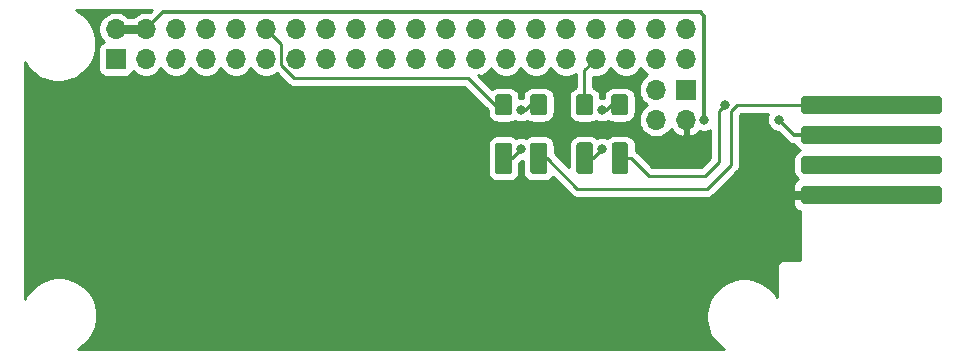
<source format=gbr>
G04 #@! TF.GenerationSoftware,KiCad,Pcbnew,(5.1.5)-2*
G04 #@! TF.CreationDate,2019-12-04T22:48:08+00:00*
G04 #@! TF.ProjectId,TTVV,54545656-2e6b-4696-9361-645f70636258,1.0.8*
G04 #@! TF.SameCoordinates,Original*
G04 #@! TF.FileFunction,Copper,L1,Top*
G04 #@! TF.FilePolarity,Positive*
%FSLAX46Y46*%
G04 Gerber Fmt 4.6, Leading zero omitted, Abs format (unit mm)*
G04 Created by KiCad (PCBNEW (5.1.5)-2) date 2019-12-04 22:48:08*
%MOMM*%
%LPD*%
G04 APERTURE LIST*
%ADD10C,0.100000*%
%ADD11O,1.700000X1.700000*%
%ADD12R,1.700000X1.700000*%
%ADD13C,0.800000*%
%ADD14C,0.250000*%
%ADD15C,0.800000*%
%ADD16C,0.300000*%
%ADD17C,0.254000*%
G04 APERTURE END LIST*
G04 #@! TA.AperFunction,SMDPad,CuDef*
D10*
G36*
X101542504Y-56784204D02*
G01*
X101566773Y-56787804D01*
X101590571Y-56793765D01*
X101613671Y-56802030D01*
X101635849Y-56812520D01*
X101656893Y-56825133D01*
X101676598Y-56839747D01*
X101694777Y-56856223D01*
X101711253Y-56874402D01*
X101725867Y-56894107D01*
X101738480Y-56915151D01*
X101748970Y-56937329D01*
X101757235Y-56960429D01*
X101763196Y-56984227D01*
X101766796Y-57008496D01*
X101768000Y-57033000D01*
X101768000Y-58283000D01*
X101766796Y-58307504D01*
X101763196Y-58331773D01*
X101757235Y-58355571D01*
X101748970Y-58378671D01*
X101738480Y-58400849D01*
X101725867Y-58421893D01*
X101711253Y-58441598D01*
X101694777Y-58459777D01*
X101676598Y-58476253D01*
X101656893Y-58490867D01*
X101635849Y-58503480D01*
X101613671Y-58513970D01*
X101590571Y-58522235D01*
X101566773Y-58528196D01*
X101542504Y-58531796D01*
X101518000Y-58533000D01*
X100593000Y-58533000D01*
X100568496Y-58531796D01*
X100544227Y-58528196D01*
X100520429Y-58522235D01*
X100497329Y-58513970D01*
X100475151Y-58503480D01*
X100454107Y-58490867D01*
X100434402Y-58476253D01*
X100416223Y-58459777D01*
X100399747Y-58441598D01*
X100385133Y-58421893D01*
X100372520Y-58400849D01*
X100362030Y-58378671D01*
X100353765Y-58355571D01*
X100347804Y-58331773D01*
X100344204Y-58307504D01*
X100343000Y-58283000D01*
X100343000Y-57033000D01*
X100344204Y-57008496D01*
X100347804Y-56984227D01*
X100353765Y-56960429D01*
X100362030Y-56937329D01*
X100372520Y-56915151D01*
X100385133Y-56894107D01*
X100399747Y-56874402D01*
X100416223Y-56856223D01*
X100434402Y-56839747D01*
X100454107Y-56825133D01*
X100475151Y-56812520D01*
X100497329Y-56802030D01*
X100520429Y-56793765D01*
X100544227Y-56787804D01*
X100568496Y-56784204D01*
X100593000Y-56783000D01*
X101518000Y-56783000D01*
X101542504Y-56784204D01*
G37*
G04 #@! TD.AperFunction*
G04 #@! TA.AperFunction,SMDPad,CuDef*
G36*
X98567504Y-56784204D02*
G01*
X98591773Y-56787804D01*
X98615571Y-56793765D01*
X98638671Y-56802030D01*
X98660849Y-56812520D01*
X98681893Y-56825133D01*
X98701598Y-56839747D01*
X98719777Y-56856223D01*
X98736253Y-56874402D01*
X98750867Y-56894107D01*
X98763480Y-56915151D01*
X98773970Y-56937329D01*
X98782235Y-56960429D01*
X98788196Y-56984227D01*
X98791796Y-57008496D01*
X98793000Y-57033000D01*
X98793000Y-58283000D01*
X98791796Y-58307504D01*
X98788196Y-58331773D01*
X98782235Y-58355571D01*
X98773970Y-58378671D01*
X98763480Y-58400849D01*
X98750867Y-58421893D01*
X98736253Y-58441598D01*
X98719777Y-58459777D01*
X98701598Y-58476253D01*
X98681893Y-58490867D01*
X98660849Y-58503480D01*
X98638671Y-58513970D01*
X98615571Y-58522235D01*
X98591773Y-58528196D01*
X98567504Y-58531796D01*
X98543000Y-58533000D01*
X97618000Y-58533000D01*
X97593496Y-58531796D01*
X97569227Y-58528196D01*
X97545429Y-58522235D01*
X97522329Y-58513970D01*
X97500151Y-58503480D01*
X97479107Y-58490867D01*
X97459402Y-58476253D01*
X97441223Y-58459777D01*
X97424747Y-58441598D01*
X97410133Y-58421893D01*
X97397520Y-58400849D01*
X97387030Y-58378671D01*
X97378765Y-58355571D01*
X97372804Y-58331773D01*
X97369204Y-58307504D01*
X97368000Y-58283000D01*
X97368000Y-57033000D01*
X97369204Y-57008496D01*
X97372804Y-56984227D01*
X97378765Y-56960429D01*
X97387030Y-56937329D01*
X97397520Y-56915151D01*
X97410133Y-56894107D01*
X97424747Y-56874402D01*
X97441223Y-56856223D01*
X97459402Y-56839747D01*
X97479107Y-56825133D01*
X97500151Y-56812520D01*
X97522329Y-56802030D01*
X97545429Y-56793765D01*
X97569227Y-56787804D01*
X97593496Y-56784204D01*
X97618000Y-56783000D01*
X98543000Y-56783000D01*
X98567504Y-56784204D01*
G37*
G04 #@! TD.AperFunction*
G04 #@! TA.AperFunction,SMDPad,CuDef*
G36*
X94684504Y-56784204D02*
G01*
X94708773Y-56787804D01*
X94732571Y-56793765D01*
X94755671Y-56802030D01*
X94777849Y-56812520D01*
X94798893Y-56825133D01*
X94818598Y-56839747D01*
X94836777Y-56856223D01*
X94853253Y-56874402D01*
X94867867Y-56894107D01*
X94880480Y-56915151D01*
X94890970Y-56937329D01*
X94899235Y-56960429D01*
X94905196Y-56984227D01*
X94908796Y-57008496D01*
X94910000Y-57033000D01*
X94910000Y-58283000D01*
X94908796Y-58307504D01*
X94905196Y-58331773D01*
X94899235Y-58355571D01*
X94890970Y-58378671D01*
X94880480Y-58400849D01*
X94867867Y-58421893D01*
X94853253Y-58441598D01*
X94836777Y-58459777D01*
X94818598Y-58476253D01*
X94798893Y-58490867D01*
X94777849Y-58503480D01*
X94755671Y-58513970D01*
X94732571Y-58522235D01*
X94708773Y-58528196D01*
X94684504Y-58531796D01*
X94660000Y-58533000D01*
X93735000Y-58533000D01*
X93710496Y-58531796D01*
X93686227Y-58528196D01*
X93662429Y-58522235D01*
X93639329Y-58513970D01*
X93617151Y-58503480D01*
X93596107Y-58490867D01*
X93576402Y-58476253D01*
X93558223Y-58459777D01*
X93541747Y-58441598D01*
X93527133Y-58421893D01*
X93514520Y-58400849D01*
X93504030Y-58378671D01*
X93495765Y-58355571D01*
X93489804Y-58331773D01*
X93486204Y-58307504D01*
X93485000Y-58283000D01*
X93485000Y-57033000D01*
X93486204Y-57008496D01*
X93489804Y-56984227D01*
X93495765Y-56960429D01*
X93504030Y-56937329D01*
X93514520Y-56915151D01*
X93527133Y-56894107D01*
X93541747Y-56874402D01*
X93558223Y-56856223D01*
X93576402Y-56839747D01*
X93596107Y-56825133D01*
X93617151Y-56812520D01*
X93639329Y-56802030D01*
X93662429Y-56793765D01*
X93686227Y-56787804D01*
X93710496Y-56784204D01*
X93735000Y-56783000D01*
X94660000Y-56783000D01*
X94684504Y-56784204D01*
G37*
G04 #@! TD.AperFunction*
G04 #@! TA.AperFunction,SMDPad,CuDef*
G36*
X91709504Y-56784204D02*
G01*
X91733773Y-56787804D01*
X91757571Y-56793765D01*
X91780671Y-56802030D01*
X91802849Y-56812520D01*
X91823893Y-56825133D01*
X91843598Y-56839747D01*
X91861777Y-56856223D01*
X91878253Y-56874402D01*
X91892867Y-56894107D01*
X91905480Y-56915151D01*
X91915970Y-56937329D01*
X91924235Y-56960429D01*
X91930196Y-56984227D01*
X91933796Y-57008496D01*
X91935000Y-57033000D01*
X91935000Y-58283000D01*
X91933796Y-58307504D01*
X91930196Y-58331773D01*
X91924235Y-58355571D01*
X91915970Y-58378671D01*
X91905480Y-58400849D01*
X91892867Y-58421893D01*
X91878253Y-58441598D01*
X91861777Y-58459777D01*
X91843598Y-58476253D01*
X91823893Y-58490867D01*
X91802849Y-58503480D01*
X91780671Y-58513970D01*
X91757571Y-58522235D01*
X91733773Y-58528196D01*
X91709504Y-58531796D01*
X91685000Y-58533000D01*
X90760000Y-58533000D01*
X90735496Y-58531796D01*
X90711227Y-58528196D01*
X90687429Y-58522235D01*
X90664329Y-58513970D01*
X90642151Y-58503480D01*
X90621107Y-58490867D01*
X90601402Y-58476253D01*
X90583223Y-58459777D01*
X90566747Y-58441598D01*
X90552133Y-58421893D01*
X90539520Y-58400849D01*
X90529030Y-58378671D01*
X90520765Y-58355571D01*
X90514804Y-58331773D01*
X90511204Y-58307504D01*
X90510000Y-58283000D01*
X90510000Y-57033000D01*
X90511204Y-57008496D01*
X90514804Y-56984227D01*
X90520765Y-56960429D01*
X90529030Y-56937329D01*
X90539520Y-56915151D01*
X90552133Y-56894107D01*
X90566747Y-56874402D01*
X90583223Y-56856223D01*
X90601402Y-56839747D01*
X90621107Y-56825133D01*
X90642151Y-56812520D01*
X90664329Y-56802030D01*
X90687429Y-56793765D01*
X90711227Y-56787804D01*
X90735496Y-56784204D01*
X90760000Y-56783000D01*
X91685000Y-56783000D01*
X91709504Y-56784204D01*
G37*
G04 #@! TD.AperFunction*
G04 #@! TA.AperFunction,SMDPad,CuDef*
G36*
X101567904Y-60855404D02*
G01*
X101592173Y-60859004D01*
X101615971Y-60864965D01*
X101639071Y-60873230D01*
X101661249Y-60883720D01*
X101682293Y-60896333D01*
X101701998Y-60910947D01*
X101720177Y-60927423D01*
X101736653Y-60945602D01*
X101751267Y-60965307D01*
X101763880Y-60986351D01*
X101774370Y-61008529D01*
X101782635Y-61031629D01*
X101788596Y-61055427D01*
X101792196Y-61079696D01*
X101793400Y-61104200D01*
X101793400Y-63254200D01*
X101792196Y-63278704D01*
X101788596Y-63302973D01*
X101782635Y-63326771D01*
X101774370Y-63349871D01*
X101763880Y-63372049D01*
X101751267Y-63393093D01*
X101736653Y-63412798D01*
X101720177Y-63430977D01*
X101701998Y-63447453D01*
X101682293Y-63462067D01*
X101661249Y-63474680D01*
X101639071Y-63485170D01*
X101615971Y-63493435D01*
X101592173Y-63499396D01*
X101567904Y-63502996D01*
X101543400Y-63504200D01*
X100618400Y-63504200D01*
X100593896Y-63502996D01*
X100569627Y-63499396D01*
X100545829Y-63493435D01*
X100522729Y-63485170D01*
X100500551Y-63474680D01*
X100479507Y-63462067D01*
X100459802Y-63447453D01*
X100441623Y-63430977D01*
X100425147Y-63412798D01*
X100410533Y-63393093D01*
X100397920Y-63372049D01*
X100387430Y-63349871D01*
X100379165Y-63326771D01*
X100373204Y-63302973D01*
X100369604Y-63278704D01*
X100368400Y-63254200D01*
X100368400Y-61104200D01*
X100369604Y-61079696D01*
X100373204Y-61055427D01*
X100379165Y-61031629D01*
X100387430Y-61008529D01*
X100397920Y-60986351D01*
X100410533Y-60965307D01*
X100425147Y-60945602D01*
X100441623Y-60927423D01*
X100459802Y-60910947D01*
X100479507Y-60896333D01*
X100500551Y-60883720D01*
X100522729Y-60873230D01*
X100545829Y-60864965D01*
X100569627Y-60859004D01*
X100593896Y-60855404D01*
X100618400Y-60854200D01*
X101543400Y-60854200D01*
X101567904Y-60855404D01*
G37*
G04 #@! TD.AperFunction*
G04 #@! TA.AperFunction,SMDPad,CuDef*
G36*
X98592904Y-60855404D02*
G01*
X98617173Y-60859004D01*
X98640971Y-60864965D01*
X98664071Y-60873230D01*
X98686249Y-60883720D01*
X98707293Y-60896333D01*
X98726998Y-60910947D01*
X98745177Y-60927423D01*
X98761653Y-60945602D01*
X98776267Y-60965307D01*
X98788880Y-60986351D01*
X98799370Y-61008529D01*
X98807635Y-61031629D01*
X98813596Y-61055427D01*
X98817196Y-61079696D01*
X98818400Y-61104200D01*
X98818400Y-63254200D01*
X98817196Y-63278704D01*
X98813596Y-63302973D01*
X98807635Y-63326771D01*
X98799370Y-63349871D01*
X98788880Y-63372049D01*
X98776267Y-63393093D01*
X98761653Y-63412798D01*
X98745177Y-63430977D01*
X98726998Y-63447453D01*
X98707293Y-63462067D01*
X98686249Y-63474680D01*
X98664071Y-63485170D01*
X98640971Y-63493435D01*
X98617173Y-63499396D01*
X98592904Y-63502996D01*
X98568400Y-63504200D01*
X97643400Y-63504200D01*
X97618896Y-63502996D01*
X97594627Y-63499396D01*
X97570829Y-63493435D01*
X97547729Y-63485170D01*
X97525551Y-63474680D01*
X97504507Y-63462067D01*
X97484802Y-63447453D01*
X97466623Y-63430977D01*
X97450147Y-63412798D01*
X97435533Y-63393093D01*
X97422920Y-63372049D01*
X97412430Y-63349871D01*
X97404165Y-63326771D01*
X97398204Y-63302973D01*
X97394604Y-63278704D01*
X97393400Y-63254200D01*
X97393400Y-61104200D01*
X97394604Y-61079696D01*
X97398204Y-61055427D01*
X97404165Y-61031629D01*
X97412430Y-61008529D01*
X97422920Y-60986351D01*
X97435533Y-60965307D01*
X97450147Y-60945602D01*
X97466623Y-60927423D01*
X97484802Y-60910947D01*
X97504507Y-60896333D01*
X97525551Y-60883720D01*
X97547729Y-60873230D01*
X97570829Y-60864965D01*
X97594627Y-60859004D01*
X97618896Y-60855404D01*
X97643400Y-60854200D01*
X98568400Y-60854200D01*
X98592904Y-60855404D01*
G37*
G04 #@! TD.AperFunction*
G04 #@! TA.AperFunction,SMDPad,CuDef*
G36*
X94684504Y-60869704D02*
G01*
X94708773Y-60873304D01*
X94732571Y-60879265D01*
X94755671Y-60887530D01*
X94777849Y-60898020D01*
X94798893Y-60910633D01*
X94818598Y-60925247D01*
X94836777Y-60941723D01*
X94853253Y-60959902D01*
X94867867Y-60979607D01*
X94880480Y-61000651D01*
X94890970Y-61022829D01*
X94899235Y-61045929D01*
X94905196Y-61069727D01*
X94908796Y-61093996D01*
X94910000Y-61118500D01*
X94910000Y-63268500D01*
X94908796Y-63293004D01*
X94905196Y-63317273D01*
X94899235Y-63341071D01*
X94890970Y-63364171D01*
X94880480Y-63386349D01*
X94867867Y-63407393D01*
X94853253Y-63427098D01*
X94836777Y-63445277D01*
X94818598Y-63461753D01*
X94798893Y-63476367D01*
X94777849Y-63488980D01*
X94755671Y-63499470D01*
X94732571Y-63507735D01*
X94708773Y-63513696D01*
X94684504Y-63517296D01*
X94660000Y-63518500D01*
X93735000Y-63518500D01*
X93710496Y-63517296D01*
X93686227Y-63513696D01*
X93662429Y-63507735D01*
X93639329Y-63499470D01*
X93617151Y-63488980D01*
X93596107Y-63476367D01*
X93576402Y-63461753D01*
X93558223Y-63445277D01*
X93541747Y-63427098D01*
X93527133Y-63407393D01*
X93514520Y-63386349D01*
X93504030Y-63364171D01*
X93495765Y-63341071D01*
X93489804Y-63317273D01*
X93486204Y-63293004D01*
X93485000Y-63268500D01*
X93485000Y-61118500D01*
X93486204Y-61093996D01*
X93489804Y-61069727D01*
X93495765Y-61045929D01*
X93504030Y-61022829D01*
X93514520Y-61000651D01*
X93527133Y-60979607D01*
X93541747Y-60959902D01*
X93558223Y-60941723D01*
X93576402Y-60925247D01*
X93596107Y-60910633D01*
X93617151Y-60898020D01*
X93639329Y-60887530D01*
X93662429Y-60879265D01*
X93686227Y-60873304D01*
X93710496Y-60869704D01*
X93735000Y-60868500D01*
X94660000Y-60868500D01*
X94684504Y-60869704D01*
G37*
G04 #@! TD.AperFunction*
G04 #@! TA.AperFunction,SMDPad,CuDef*
G36*
X91709504Y-60869704D02*
G01*
X91733773Y-60873304D01*
X91757571Y-60879265D01*
X91780671Y-60887530D01*
X91802849Y-60898020D01*
X91823893Y-60910633D01*
X91843598Y-60925247D01*
X91861777Y-60941723D01*
X91878253Y-60959902D01*
X91892867Y-60979607D01*
X91905480Y-61000651D01*
X91915970Y-61022829D01*
X91924235Y-61045929D01*
X91930196Y-61069727D01*
X91933796Y-61093996D01*
X91935000Y-61118500D01*
X91935000Y-63268500D01*
X91933796Y-63293004D01*
X91930196Y-63317273D01*
X91924235Y-63341071D01*
X91915970Y-63364171D01*
X91905480Y-63386349D01*
X91892867Y-63407393D01*
X91878253Y-63427098D01*
X91861777Y-63445277D01*
X91843598Y-63461753D01*
X91823893Y-63476367D01*
X91802849Y-63488980D01*
X91780671Y-63499470D01*
X91757571Y-63507735D01*
X91733773Y-63513696D01*
X91709504Y-63517296D01*
X91685000Y-63518500D01*
X90760000Y-63518500D01*
X90735496Y-63517296D01*
X90711227Y-63513696D01*
X90687429Y-63507735D01*
X90664329Y-63499470D01*
X90642151Y-63488980D01*
X90621107Y-63476367D01*
X90601402Y-63461753D01*
X90583223Y-63445277D01*
X90566747Y-63427098D01*
X90552133Y-63407393D01*
X90539520Y-63386349D01*
X90529030Y-63364171D01*
X90520765Y-63341071D01*
X90514804Y-63317273D01*
X90511204Y-63293004D01*
X90510000Y-63268500D01*
X90510000Y-61118500D01*
X90511204Y-61093996D01*
X90514804Y-61069727D01*
X90520765Y-61045929D01*
X90529030Y-61022829D01*
X90539520Y-61000651D01*
X90552133Y-60979607D01*
X90566747Y-60959902D01*
X90583223Y-60941723D01*
X90601402Y-60925247D01*
X90621107Y-60910633D01*
X90642151Y-60898020D01*
X90664329Y-60887530D01*
X90687429Y-60879265D01*
X90711227Y-60873304D01*
X90735496Y-60869704D01*
X90760000Y-60868500D01*
X91685000Y-60868500D01*
X91709504Y-60869704D01*
G37*
G04 #@! TD.AperFunction*
G04 #@! TA.AperFunction,SMDPad,CuDef*
G36*
X128038956Y-64555206D02*
G01*
X128075359Y-64560606D01*
X128111057Y-64569547D01*
X128145706Y-64581945D01*
X128178974Y-64597680D01*
X128210539Y-64616599D01*
X128240097Y-64638521D01*
X128267365Y-64663235D01*
X128292079Y-64690503D01*
X128314001Y-64720061D01*
X128332920Y-64751626D01*
X128348655Y-64784894D01*
X128361053Y-64819543D01*
X128369994Y-64855241D01*
X128375394Y-64891644D01*
X128377200Y-64928400D01*
X128377200Y-65678400D01*
X128375394Y-65715156D01*
X128369994Y-65751559D01*
X128361053Y-65787257D01*
X128348655Y-65821906D01*
X128332920Y-65855174D01*
X128314001Y-65886739D01*
X128292079Y-65916297D01*
X128267365Y-65943565D01*
X128240097Y-65968279D01*
X128210539Y-65990201D01*
X128178974Y-66009120D01*
X128145706Y-66024855D01*
X128111057Y-66037253D01*
X128075359Y-66046194D01*
X128038956Y-66051594D01*
X128002200Y-66053400D01*
X116752200Y-66053400D01*
X116715444Y-66051594D01*
X116679041Y-66046194D01*
X116643343Y-66037253D01*
X116608694Y-66024855D01*
X116575426Y-66009120D01*
X116543861Y-65990201D01*
X116514303Y-65968279D01*
X116487035Y-65943565D01*
X116462321Y-65916297D01*
X116440399Y-65886739D01*
X116421480Y-65855174D01*
X116405745Y-65821906D01*
X116393347Y-65787257D01*
X116384406Y-65751559D01*
X116379006Y-65715156D01*
X116377200Y-65678400D01*
X116377200Y-64928400D01*
X116379006Y-64891644D01*
X116384406Y-64855241D01*
X116393347Y-64819543D01*
X116405745Y-64784894D01*
X116421480Y-64751626D01*
X116440399Y-64720061D01*
X116462321Y-64690503D01*
X116487035Y-64663235D01*
X116514303Y-64638521D01*
X116543861Y-64616599D01*
X116575426Y-64597680D01*
X116608694Y-64581945D01*
X116643343Y-64569547D01*
X116679041Y-64560606D01*
X116715444Y-64555206D01*
X116752200Y-64553400D01*
X128002200Y-64553400D01*
X128038956Y-64555206D01*
G37*
G04 #@! TD.AperFunction*
G04 #@! TA.AperFunction,SMDPad,CuDef*
G36*
X128038956Y-62015206D02*
G01*
X128075359Y-62020606D01*
X128111057Y-62029547D01*
X128145706Y-62041945D01*
X128178974Y-62057680D01*
X128210539Y-62076599D01*
X128240097Y-62098521D01*
X128267365Y-62123235D01*
X128292079Y-62150503D01*
X128314001Y-62180061D01*
X128332920Y-62211626D01*
X128348655Y-62244894D01*
X128361053Y-62279543D01*
X128369994Y-62315241D01*
X128375394Y-62351644D01*
X128377200Y-62388400D01*
X128377200Y-63138400D01*
X128375394Y-63175156D01*
X128369994Y-63211559D01*
X128361053Y-63247257D01*
X128348655Y-63281906D01*
X128332920Y-63315174D01*
X128314001Y-63346739D01*
X128292079Y-63376297D01*
X128267365Y-63403565D01*
X128240097Y-63428279D01*
X128210539Y-63450201D01*
X128178974Y-63469120D01*
X128145706Y-63484855D01*
X128111057Y-63497253D01*
X128075359Y-63506194D01*
X128038956Y-63511594D01*
X128002200Y-63513400D01*
X116752200Y-63513400D01*
X116715444Y-63511594D01*
X116679041Y-63506194D01*
X116643343Y-63497253D01*
X116608694Y-63484855D01*
X116575426Y-63469120D01*
X116543861Y-63450201D01*
X116514303Y-63428279D01*
X116487035Y-63403565D01*
X116462321Y-63376297D01*
X116440399Y-63346739D01*
X116421480Y-63315174D01*
X116405745Y-63281906D01*
X116393347Y-63247257D01*
X116384406Y-63211559D01*
X116379006Y-63175156D01*
X116377200Y-63138400D01*
X116377200Y-62388400D01*
X116379006Y-62351644D01*
X116384406Y-62315241D01*
X116393347Y-62279543D01*
X116405745Y-62244894D01*
X116421480Y-62211626D01*
X116440399Y-62180061D01*
X116462321Y-62150503D01*
X116487035Y-62123235D01*
X116514303Y-62098521D01*
X116543861Y-62076599D01*
X116575426Y-62057680D01*
X116608694Y-62041945D01*
X116643343Y-62029547D01*
X116679041Y-62020606D01*
X116715444Y-62015206D01*
X116752200Y-62013400D01*
X128002200Y-62013400D01*
X128038956Y-62015206D01*
G37*
G04 #@! TD.AperFunction*
G04 #@! TA.AperFunction,SMDPad,CuDef*
G36*
X128038956Y-59475206D02*
G01*
X128075359Y-59480606D01*
X128111057Y-59489547D01*
X128145706Y-59501945D01*
X128178974Y-59517680D01*
X128210539Y-59536599D01*
X128240097Y-59558521D01*
X128267365Y-59583235D01*
X128292079Y-59610503D01*
X128314001Y-59640061D01*
X128332920Y-59671626D01*
X128348655Y-59704894D01*
X128361053Y-59739543D01*
X128369994Y-59775241D01*
X128375394Y-59811644D01*
X128377200Y-59848400D01*
X128377200Y-60598400D01*
X128375394Y-60635156D01*
X128369994Y-60671559D01*
X128361053Y-60707257D01*
X128348655Y-60741906D01*
X128332920Y-60775174D01*
X128314001Y-60806739D01*
X128292079Y-60836297D01*
X128267365Y-60863565D01*
X128240097Y-60888279D01*
X128210539Y-60910201D01*
X128178974Y-60929120D01*
X128145706Y-60944855D01*
X128111057Y-60957253D01*
X128075359Y-60966194D01*
X128038956Y-60971594D01*
X128002200Y-60973400D01*
X116752200Y-60973400D01*
X116715444Y-60971594D01*
X116679041Y-60966194D01*
X116643343Y-60957253D01*
X116608694Y-60944855D01*
X116575426Y-60929120D01*
X116543861Y-60910201D01*
X116514303Y-60888279D01*
X116487035Y-60863565D01*
X116462321Y-60836297D01*
X116440399Y-60806739D01*
X116421480Y-60775174D01*
X116405745Y-60741906D01*
X116393347Y-60707257D01*
X116384406Y-60671559D01*
X116379006Y-60635156D01*
X116377200Y-60598400D01*
X116377200Y-59848400D01*
X116379006Y-59811644D01*
X116384406Y-59775241D01*
X116393347Y-59739543D01*
X116405745Y-59704894D01*
X116421480Y-59671626D01*
X116440399Y-59640061D01*
X116462321Y-59610503D01*
X116487035Y-59583235D01*
X116514303Y-59558521D01*
X116543861Y-59536599D01*
X116575426Y-59517680D01*
X116608694Y-59501945D01*
X116643343Y-59489547D01*
X116679041Y-59480606D01*
X116715444Y-59475206D01*
X116752200Y-59473400D01*
X128002200Y-59473400D01*
X128038956Y-59475206D01*
G37*
G04 #@! TD.AperFunction*
G04 #@! TA.AperFunction,SMDPad,CuDef*
G36*
X128038956Y-56935206D02*
G01*
X128075359Y-56940606D01*
X128111057Y-56949547D01*
X128145706Y-56961945D01*
X128178974Y-56977680D01*
X128210539Y-56996599D01*
X128240097Y-57018521D01*
X128267365Y-57043235D01*
X128292079Y-57070503D01*
X128314001Y-57100061D01*
X128332920Y-57131626D01*
X128348655Y-57164894D01*
X128361053Y-57199543D01*
X128369994Y-57235241D01*
X128375394Y-57271644D01*
X128377200Y-57308400D01*
X128377200Y-58058400D01*
X128375394Y-58095156D01*
X128369994Y-58131559D01*
X128361053Y-58167257D01*
X128348655Y-58201906D01*
X128332920Y-58235174D01*
X128314001Y-58266739D01*
X128292079Y-58296297D01*
X128267365Y-58323565D01*
X128240097Y-58348279D01*
X128210539Y-58370201D01*
X128178974Y-58389120D01*
X128145706Y-58404855D01*
X128111057Y-58417253D01*
X128075359Y-58426194D01*
X128038956Y-58431594D01*
X128002200Y-58433400D01*
X116752200Y-58433400D01*
X116715444Y-58431594D01*
X116679041Y-58426194D01*
X116643343Y-58417253D01*
X116608694Y-58404855D01*
X116575426Y-58389120D01*
X116543861Y-58370201D01*
X116514303Y-58348279D01*
X116487035Y-58323565D01*
X116462321Y-58296297D01*
X116440399Y-58266739D01*
X116421480Y-58235174D01*
X116405745Y-58201906D01*
X116393347Y-58167257D01*
X116384406Y-58131559D01*
X116379006Y-58095156D01*
X116377200Y-58058400D01*
X116377200Y-57308400D01*
X116379006Y-57271644D01*
X116384406Y-57235241D01*
X116393347Y-57199543D01*
X116405745Y-57164894D01*
X116421480Y-57131626D01*
X116440399Y-57100061D01*
X116462321Y-57070503D01*
X116487035Y-57043235D01*
X116514303Y-57018521D01*
X116543861Y-56996599D01*
X116575426Y-56977680D01*
X116608694Y-56961945D01*
X116643343Y-56949547D01*
X116679041Y-56940606D01*
X116715444Y-56935206D01*
X116752200Y-56933400D01*
X128002200Y-56933400D01*
X128038956Y-56935206D01*
G37*
G04 #@! TD.AperFunction*
D11*
X104140000Y-58928000D03*
X104140000Y-56388000D03*
X106680000Y-58928000D03*
D12*
X106680000Y-56388000D03*
D11*
X106660000Y-51260000D03*
X106660000Y-53800000D03*
X104120000Y-51260000D03*
X104120000Y-53800000D03*
X101580000Y-51260000D03*
X101580000Y-53800000D03*
X99040000Y-51260000D03*
X99040000Y-53800000D03*
X96500000Y-51260000D03*
X96500000Y-53800000D03*
X93960000Y-51260000D03*
X93960000Y-53800000D03*
X91420000Y-51260000D03*
X91420000Y-53800000D03*
X88880000Y-51260000D03*
X88880000Y-53800000D03*
X86340000Y-51260000D03*
X86340000Y-53800000D03*
X83800000Y-51260000D03*
X83800000Y-53800000D03*
X81260000Y-51260000D03*
X81260000Y-53800000D03*
X78720000Y-51260000D03*
X78720000Y-53800000D03*
X76180000Y-51260000D03*
X76180000Y-53800000D03*
X73640000Y-51260000D03*
X73640000Y-53800000D03*
X71100000Y-51260000D03*
X71100000Y-53800000D03*
X68560000Y-51260000D03*
X68560000Y-53800000D03*
X66020000Y-51260000D03*
X66020000Y-53800000D03*
X63480000Y-51260000D03*
X63480000Y-53800000D03*
X60940000Y-51260000D03*
X60940000Y-53800000D03*
X58400000Y-51260000D03*
D12*
X58400000Y-53800000D03*
D13*
X114554000Y-58928000D03*
X108204000Y-58928000D03*
X115290600Y-65303400D03*
X92735400Y-61393100D03*
X92710000Y-58115200D03*
X109982000Y-57658000D03*
X99580400Y-61417200D03*
X99568000Y-58115200D03*
D14*
X90510000Y-57658000D02*
X88224000Y-55372000D01*
X91222500Y-57658000D02*
X90510000Y-57658000D01*
X88224000Y-55372000D02*
X73472998Y-55372000D01*
X73472998Y-55372000D02*
X72390000Y-54289002D01*
X72390000Y-52550000D02*
X71100000Y-51260000D01*
X72390000Y-54289002D02*
X72390000Y-52550000D01*
X98080500Y-54759500D02*
X99040000Y-53800000D01*
X98080500Y-57658000D02*
X98080500Y-54759500D01*
D15*
X58400000Y-51260000D02*
X60940000Y-51260000D01*
D16*
X62416000Y-49784000D02*
X60940000Y-51260000D01*
X108204000Y-55263999D02*
X108204000Y-50183999D01*
X107950000Y-49784000D02*
X62416000Y-49784000D01*
X107950000Y-49929999D02*
X108204000Y-50183999D01*
X107950000Y-49784000D02*
X107950000Y-49929999D01*
X108204000Y-55263999D02*
X108204000Y-58928000D01*
D14*
X118948200Y-60223400D02*
X122377200Y-60223400D01*
X117017800Y-60223400D02*
X122377200Y-60223400D01*
D16*
X115849400Y-60223400D02*
X122377200Y-60223400D01*
X114554000Y-58928000D02*
X115849400Y-60223400D01*
D14*
X116377200Y-65303400D02*
X122377200Y-65303400D01*
D15*
X115290600Y-65303400D02*
X122377200Y-65303400D01*
D14*
X111029602Y-57683400D02*
X122377200Y-57683400D01*
X110490000Y-58223002D02*
X111029602Y-57683400D01*
X108458000Y-64770000D02*
X110490000Y-62738000D01*
X110490000Y-62738000D02*
X110490000Y-58223002D01*
X97486500Y-64770000D02*
X108458000Y-64770000D01*
X94910000Y-62193500D02*
X97486500Y-64770000D01*
X94197500Y-62193500D02*
X94910000Y-62193500D01*
X91935000Y-62193500D02*
X92735400Y-61393100D01*
X91222500Y-62193500D02*
X91935000Y-62193500D01*
X92735400Y-61393100D02*
X92735400Y-61393100D01*
X93485000Y-57658000D02*
X93027800Y-58115200D01*
X94197500Y-57658000D02*
X93485000Y-57658000D01*
X93027800Y-58115200D02*
X92710000Y-58115200D01*
X92710000Y-58115200D02*
X92710000Y-58115200D01*
X108277000Y-63681000D02*
X109474000Y-62484000D01*
X109474000Y-62484000D02*
X109474000Y-58166000D01*
X109474000Y-58166000D02*
X109982000Y-57658000D01*
X109982000Y-57658000D02*
X109982000Y-57658000D01*
X103509500Y-63681000D02*
X108277000Y-63681000D01*
X102022000Y-62193500D02*
X103509500Y-63681000D01*
X101309500Y-62193500D02*
X102022000Y-62193500D01*
X98818400Y-62179200D02*
X99580400Y-61417200D01*
X98105900Y-62179200D02*
X98818400Y-62179200D01*
X99580400Y-61417200D02*
X99580400Y-61417200D01*
X100343000Y-57658000D02*
X99885800Y-58115200D01*
X101055500Y-57658000D02*
X100343000Y-57658000D01*
X99885800Y-58115200D02*
X99568000Y-58115200D01*
X99568000Y-58115200D02*
X99568000Y-58115200D01*
D17*
G36*
X61276918Y-49812925D02*
G01*
X61086260Y-49775000D01*
X60793740Y-49775000D01*
X60506842Y-49832068D01*
X60236589Y-49944010D01*
X59993368Y-50106525D01*
X59874893Y-50225000D01*
X59465107Y-50225000D01*
X59346632Y-50106525D01*
X59103411Y-49944010D01*
X58833158Y-49832068D01*
X58546260Y-49775000D01*
X58253740Y-49775000D01*
X57966842Y-49832068D01*
X57696589Y-49944010D01*
X57453368Y-50106525D01*
X57246525Y-50313368D01*
X57084010Y-50556589D01*
X56972068Y-50826842D01*
X56915000Y-51113740D01*
X56915000Y-51406260D01*
X56972068Y-51693158D01*
X57084010Y-51963411D01*
X57246525Y-52206632D01*
X57378380Y-52338487D01*
X57305820Y-52360498D01*
X57195506Y-52419463D01*
X57098815Y-52498815D01*
X57019463Y-52595506D01*
X56960498Y-52705820D01*
X56924188Y-52825518D01*
X56911928Y-52950000D01*
X56911928Y-54650000D01*
X56924188Y-54774482D01*
X56960498Y-54894180D01*
X57019463Y-55004494D01*
X57098815Y-55101185D01*
X57195506Y-55180537D01*
X57305820Y-55239502D01*
X57425518Y-55275812D01*
X57550000Y-55288072D01*
X59250000Y-55288072D01*
X59374482Y-55275812D01*
X59494180Y-55239502D01*
X59604494Y-55180537D01*
X59701185Y-55101185D01*
X59780537Y-55004494D01*
X59839502Y-54894180D01*
X59861513Y-54821620D01*
X59993368Y-54953475D01*
X60236589Y-55115990D01*
X60506842Y-55227932D01*
X60793740Y-55285000D01*
X61086260Y-55285000D01*
X61373158Y-55227932D01*
X61643411Y-55115990D01*
X61886632Y-54953475D01*
X62093475Y-54746632D01*
X62210000Y-54572240D01*
X62326525Y-54746632D01*
X62533368Y-54953475D01*
X62776589Y-55115990D01*
X63046842Y-55227932D01*
X63333740Y-55285000D01*
X63626260Y-55285000D01*
X63913158Y-55227932D01*
X64183411Y-55115990D01*
X64426632Y-54953475D01*
X64633475Y-54746632D01*
X64750000Y-54572240D01*
X64866525Y-54746632D01*
X65073368Y-54953475D01*
X65316589Y-55115990D01*
X65586842Y-55227932D01*
X65873740Y-55285000D01*
X66166260Y-55285000D01*
X66453158Y-55227932D01*
X66723411Y-55115990D01*
X66966632Y-54953475D01*
X67173475Y-54746632D01*
X67290000Y-54572240D01*
X67406525Y-54746632D01*
X67613368Y-54953475D01*
X67856589Y-55115990D01*
X68126842Y-55227932D01*
X68413740Y-55285000D01*
X68706260Y-55285000D01*
X68993158Y-55227932D01*
X69263411Y-55115990D01*
X69506632Y-54953475D01*
X69713475Y-54746632D01*
X69830000Y-54572240D01*
X69946525Y-54746632D01*
X70153368Y-54953475D01*
X70396589Y-55115990D01*
X70666842Y-55227932D01*
X70953740Y-55285000D01*
X71246260Y-55285000D01*
X71533158Y-55227932D01*
X71803411Y-55115990D01*
X72006492Y-54980296D01*
X72909203Y-55883008D01*
X72932997Y-55912001D01*
X72961990Y-55935795D01*
X72961994Y-55935799D01*
X72994425Y-55962414D01*
X73048722Y-56006974D01*
X73180751Y-56077546D01*
X73324012Y-56121003D01*
X73435665Y-56132000D01*
X73435674Y-56132000D01*
X73472997Y-56135676D01*
X73510320Y-56132000D01*
X87909199Y-56132000D01*
X89871928Y-58094730D01*
X89871928Y-58283000D01*
X89888992Y-58456254D01*
X89939528Y-58622850D01*
X90021595Y-58776386D01*
X90132038Y-58910962D01*
X90266614Y-59021405D01*
X90420150Y-59103472D01*
X90586746Y-59154008D01*
X90760000Y-59171072D01*
X91685000Y-59171072D01*
X91858254Y-59154008D01*
X92024850Y-59103472D01*
X92178386Y-59021405D01*
X92189559Y-59012236D01*
X92219744Y-59032405D01*
X92408102Y-59110426D01*
X92608061Y-59150200D01*
X92811939Y-59150200D01*
X93011898Y-59110426D01*
X93200256Y-59032405D01*
X93230441Y-59012236D01*
X93241614Y-59021405D01*
X93395150Y-59103472D01*
X93561746Y-59154008D01*
X93735000Y-59171072D01*
X94660000Y-59171072D01*
X94833254Y-59154008D01*
X94999850Y-59103472D01*
X95153386Y-59021405D01*
X95287962Y-58910962D01*
X95398405Y-58776386D01*
X95480472Y-58622850D01*
X95531008Y-58456254D01*
X95548072Y-58283000D01*
X95548072Y-57033000D01*
X95531008Y-56859746D01*
X95480472Y-56693150D01*
X95398405Y-56539614D01*
X95287962Y-56405038D01*
X95153386Y-56294595D01*
X94999850Y-56212528D01*
X94833254Y-56161992D01*
X94660000Y-56144928D01*
X93735000Y-56144928D01*
X93561746Y-56161992D01*
X93395150Y-56212528D01*
X93241614Y-56294595D01*
X93107038Y-56405038D01*
X92996595Y-56539614D01*
X92914528Y-56693150D01*
X92863992Y-56859746D01*
X92846928Y-57033000D01*
X92846928Y-57087160D01*
X92811939Y-57080200D01*
X92608061Y-57080200D01*
X92573072Y-57087160D01*
X92573072Y-57033000D01*
X92556008Y-56859746D01*
X92505472Y-56693150D01*
X92423405Y-56539614D01*
X92312962Y-56405038D01*
X92178386Y-56294595D01*
X92024850Y-56212528D01*
X91858254Y-56161992D01*
X91685000Y-56144928D01*
X90760000Y-56144928D01*
X90586746Y-56161992D01*
X90420150Y-56212528D01*
X90266614Y-56294595D01*
X90241778Y-56314977D01*
X89091605Y-55164804D01*
X89236890Y-55241476D01*
X89384099Y-55196825D01*
X89646920Y-55071641D01*
X89880269Y-54897588D01*
X90075178Y-54681355D01*
X90144805Y-54564466D01*
X90266525Y-54746632D01*
X90473368Y-54953475D01*
X90716589Y-55115990D01*
X90986842Y-55227932D01*
X91273740Y-55285000D01*
X91566260Y-55285000D01*
X91853158Y-55227932D01*
X92123411Y-55115990D01*
X92366632Y-54953475D01*
X92573475Y-54746632D01*
X92690000Y-54572240D01*
X92806525Y-54746632D01*
X93013368Y-54953475D01*
X93256589Y-55115990D01*
X93526842Y-55227932D01*
X93813740Y-55285000D01*
X94106260Y-55285000D01*
X94393158Y-55227932D01*
X94663411Y-55115990D01*
X94906632Y-54953475D01*
X95113475Y-54746632D01*
X95230000Y-54572240D01*
X95346525Y-54746632D01*
X95553368Y-54953475D01*
X95796589Y-55115990D01*
X96066842Y-55227932D01*
X96353740Y-55285000D01*
X96646260Y-55285000D01*
X96933158Y-55227932D01*
X97203411Y-55115990D01*
X97320501Y-55037753D01*
X97320501Y-56199681D01*
X97278150Y-56212528D01*
X97124614Y-56294595D01*
X96990038Y-56405038D01*
X96879595Y-56539614D01*
X96797528Y-56693150D01*
X96746992Y-56859746D01*
X96729928Y-57033000D01*
X96729928Y-58283000D01*
X96746992Y-58456254D01*
X96797528Y-58622850D01*
X96879595Y-58776386D01*
X96990038Y-58910962D01*
X97124614Y-59021405D01*
X97278150Y-59103472D01*
X97444746Y-59154008D01*
X97618000Y-59171072D01*
X98543000Y-59171072D01*
X98716254Y-59154008D01*
X98882850Y-59103472D01*
X99036386Y-59021405D01*
X99047559Y-59012236D01*
X99077744Y-59032405D01*
X99266102Y-59110426D01*
X99466061Y-59150200D01*
X99669939Y-59150200D01*
X99869898Y-59110426D01*
X100058256Y-59032405D01*
X100088441Y-59012236D01*
X100099614Y-59021405D01*
X100253150Y-59103472D01*
X100419746Y-59154008D01*
X100593000Y-59171072D01*
X101518000Y-59171072D01*
X101691254Y-59154008D01*
X101857850Y-59103472D01*
X102011386Y-59021405D01*
X102145962Y-58910962D01*
X102256405Y-58776386D01*
X102338472Y-58622850D01*
X102389008Y-58456254D01*
X102406072Y-58283000D01*
X102406072Y-57033000D01*
X102389008Y-56859746D01*
X102338472Y-56693150D01*
X102256405Y-56539614D01*
X102145962Y-56405038D01*
X102011386Y-56294595D01*
X101857850Y-56212528D01*
X101691254Y-56161992D01*
X101518000Y-56144928D01*
X100593000Y-56144928D01*
X100419746Y-56161992D01*
X100253150Y-56212528D01*
X100099614Y-56294595D01*
X99965038Y-56405038D01*
X99854595Y-56539614D01*
X99772528Y-56693150D01*
X99721992Y-56859746D01*
X99704928Y-57033000D01*
X99704928Y-57087160D01*
X99669939Y-57080200D01*
X99466061Y-57080200D01*
X99431072Y-57087160D01*
X99431072Y-57033000D01*
X99414008Y-56859746D01*
X99363472Y-56693150D01*
X99281405Y-56539614D01*
X99170962Y-56405038D01*
X99036386Y-56294595D01*
X98882850Y-56212528D01*
X98840500Y-56199681D01*
X98840500Y-55274410D01*
X98893740Y-55285000D01*
X99186260Y-55285000D01*
X99473158Y-55227932D01*
X99743411Y-55115990D01*
X99986632Y-54953475D01*
X100193475Y-54746632D01*
X100310000Y-54572240D01*
X100426525Y-54746632D01*
X100633368Y-54953475D01*
X100876589Y-55115990D01*
X101146842Y-55227932D01*
X101433740Y-55285000D01*
X101726260Y-55285000D01*
X102013158Y-55227932D01*
X102283411Y-55115990D01*
X102526632Y-54953475D01*
X102733475Y-54746632D01*
X102850000Y-54572240D01*
X102966525Y-54746632D01*
X103173368Y-54953475D01*
X103393679Y-55100682D01*
X103193368Y-55234525D01*
X102986525Y-55441368D01*
X102824010Y-55684589D01*
X102712068Y-55954842D01*
X102655000Y-56241740D01*
X102655000Y-56534260D01*
X102712068Y-56821158D01*
X102824010Y-57091411D01*
X102986525Y-57334632D01*
X103193368Y-57541475D01*
X103367760Y-57658000D01*
X103193368Y-57774525D01*
X102986525Y-57981368D01*
X102824010Y-58224589D01*
X102712068Y-58494842D01*
X102655000Y-58781740D01*
X102655000Y-59074260D01*
X102712068Y-59361158D01*
X102824010Y-59631411D01*
X102986525Y-59874632D01*
X103193368Y-60081475D01*
X103436589Y-60243990D01*
X103706842Y-60355932D01*
X103993740Y-60413000D01*
X104286260Y-60413000D01*
X104573158Y-60355932D01*
X104843411Y-60243990D01*
X105086632Y-60081475D01*
X105293475Y-59874632D01*
X105415195Y-59692466D01*
X105484822Y-59809355D01*
X105679731Y-60025588D01*
X105913080Y-60199641D01*
X106175901Y-60324825D01*
X106323110Y-60369476D01*
X106553000Y-60248155D01*
X106553000Y-59055000D01*
X106533000Y-59055000D01*
X106533000Y-58801000D01*
X106553000Y-58801000D01*
X106553000Y-58781000D01*
X106807000Y-58781000D01*
X106807000Y-58801000D01*
X106827000Y-58801000D01*
X106827000Y-59055000D01*
X106807000Y-59055000D01*
X106807000Y-60248155D01*
X107036890Y-60369476D01*
X107184099Y-60324825D01*
X107446920Y-60199641D01*
X107680269Y-60025588D01*
X107807761Y-59884148D01*
X107902102Y-59923226D01*
X108102061Y-59963000D01*
X108305939Y-59963000D01*
X108505898Y-59923226D01*
X108694256Y-59845205D01*
X108714001Y-59832012D01*
X108714000Y-62169198D01*
X107962199Y-62921000D01*
X103824302Y-62921000D01*
X102585804Y-61682503D01*
X102562001Y-61653499D01*
X102446276Y-61558526D01*
X102431472Y-61550613D01*
X102431472Y-61104200D01*
X102414408Y-60930946D01*
X102363872Y-60764350D01*
X102281805Y-60610814D01*
X102171362Y-60476238D01*
X102036786Y-60365795D01*
X101883250Y-60283728D01*
X101716654Y-60233192D01*
X101543400Y-60216128D01*
X100618400Y-60216128D01*
X100445146Y-60233192D01*
X100278550Y-60283728D01*
X100125014Y-60365795D01*
X99998107Y-60469944D01*
X99882298Y-60421974D01*
X99682339Y-60382200D01*
X99478461Y-60382200D01*
X99278502Y-60421974D01*
X99179972Y-60462787D01*
X99061786Y-60365795D01*
X98908250Y-60283728D01*
X98741654Y-60233192D01*
X98568400Y-60216128D01*
X97643400Y-60216128D01*
X97470146Y-60233192D01*
X97303550Y-60283728D01*
X97150014Y-60365795D01*
X97015438Y-60476238D01*
X96904995Y-60610814D01*
X96822928Y-60764350D01*
X96772392Y-60930946D01*
X96755328Y-61104200D01*
X96755328Y-62964026D01*
X95548072Y-61756771D01*
X95548072Y-61118500D01*
X95531008Y-60945246D01*
X95480472Y-60778650D01*
X95398405Y-60625114D01*
X95287962Y-60490538D01*
X95153386Y-60380095D01*
X94999850Y-60298028D01*
X94833254Y-60247492D01*
X94660000Y-60230428D01*
X93735000Y-60230428D01*
X93561746Y-60247492D01*
X93395150Y-60298028D01*
X93241614Y-60380095D01*
X93158684Y-60448154D01*
X93037298Y-60397874D01*
X92837339Y-60358100D01*
X92633461Y-60358100D01*
X92433502Y-60397874D01*
X92278356Y-60462138D01*
X92178386Y-60380095D01*
X92024850Y-60298028D01*
X91858254Y-60247492D01*
X91685000Y-60230428D01*
X90760000Y-60230428D01*
X90586746Y-60247492D01*
X90420150Y-60298028D01*
X90266614Y-60380095D01*
X90132038Y-60490538D01*
X90021595Y-60625114D01*
X89939528Y-60778650D01*
X89888992Y-60945246D01*
X89871928Y-61118500D01*
X89871928Y-63268500D01*
X89888992Y-63441754D01*
X89939528Y-63608350D01*
X90021595Y-63761886D01*
X90132038Y-63896462D01*
X90266614Y-64006905D01*
X90420150Y-64088972D01*
X90586746Y-64139508D01*
X90760000Y-64156572D01*
X91685000Y-64156572D01*
X91858254Y-64139508D01*
X92024850Y-64088972D01*
X92178386Y-64006905D01*
X92312962Y-63896462D01*
X92423405Y-63761886D01*
X92505472Y-63608350D01*
X92556008Y-63441754D01*
X92573072Y-63268500D01*
X92573072Y-62630229D01*
X92775201Y-62428100D01*
X92837339Y-62428100D01*
X92846928Y-62426193D01*
X92846928Y-63268500D01*
X92863992Y-63441754D01*
X92914528Y-63608350D01*
X92996595Y-63761886D01*
X93107038Y-63896462D01*
X93241614Y-64006905D01*
X93395150Y-64088972D01*
X93561746Y-64139508D01*
X93735000Y-64156572D01*
X94660000Y-64156572D01*
X94833254Y-64139508D01*
X94999850Y-64088972D01*
X95153386Y-64006905D01*
X95287962Y-63896462D01*
X95398405Y-63761886D01*
X95400209Y-63758511D01*
X96922701Y-65281003D01*
X96946499Y-65310001D01*
X97062224Y-65404974D01*
X97194253Y-65475546D01*
X97337514Y-65519003D01*
X97449167Y-65530000D01*
X97449176Y-65530000D01*
X97486499Y-65533676D01*
X97523822Y-65530000D01*
X108420678Y-65530000D01*
X108458000Y-65533676D01*
X108495322Y-65530000D01*
X108495333Y-65530000D01*
X108606986Y-65519003D01*
X108750247Y-65475546D01*
X108882276Y-65404974D01*
X108998001Y-65310001D01*
X109021804Y-65280997D01*
X111001004Y-63301798D01*
X111030001Y-63278001D01*
X111066930Y-63233003D01*
X111124974Y-63162277D01*
X111195546Y-63030247D01*
X111217711Y-62957176D01*
X111239003Y-62886986D01*
X111250000Y-62775333D01*
X111250000Y-62775323D01*
X111253676Y-62738000D01*
X111250000Y-62700677D01*
X111250000Y-58537804D01*
X111344404Y-58443400D01*
X113634452Y-58443400D01*
X113558774Y-58626102D01*
X113519000Y-58826061D01*
X113519000Y-59029939D01*
X113558774Y-59229898D01*
X113636795Y-59418256D01*
X113750063Y-59587774D01*
X113894226Y-59731937D01*
X114063744Y-59845205D01*
X114252102Y-59923226D01*
X114452061Y-59963000D01*
X114478843Y-59963000D01*
X115267058Y-60751215D01*
X115291636Y-60781164D01*
X115321584Y-60805742D01*
X115321587Y-60805745D01*
X115350290Y-60829301D01*
X115411167Y-60879262D01*
X115547540Y-60952154D01*
X115650545Y-60983400D01*
X115695512Y-60997041D01*
X115709890Y-60998457D01*
X115810839Y-61008400D01*
X115810846Y-61008400D01*
X115829134Y-61010201D01*
X115909861Y-61161233D01*
X116035850Y-61314750D01*
X116189367Y-61440739D01*
X116287890Y-61493400D01*
X116189367Y-61546061D01*
X116035850Y-61672050D01*
X115909861Y-61825567D01*
X115816244Y-62000714D01*
X115758594Y-62190759D01*
X115739128Y-62388400D01*
X115739128Y-63138400D01*
X115758594Y-63336041D01*
X115816244Y-63526086D01*
X115909861Y-63701233D01*
X116035850Y-63854750D01*
X116159178Y-63955963D01*
X116133020Y-63963898D01*
X116022706Y-64022863D01*
X115926015Y-64102215D01*
X115846663Y-64198906D01*
X115787698Y-64309220D01*
X115751388Y-64428918D01*
X115739128Y-64553400D01*
X115742200Y-65017650D01*
X115900950Y-65176400D01*
X116358980Y-65176400D01*
X116359188Y-65430400D01*
X115900950Y-65430400D01*
X115742200Y-65589150D01*
X115739128Y-66053400D01*
X115751388Y-66177882D01*
X115787698Y-66297580D01*
X115846663Y-66407894D01*
X115926015Y-66504585D01*
X116022706Y-66583937D01*
X116133020Y-66642902D01*
X116252718Y-66679212D01*
X116360219Y-66689800D01*
X116363570Y-70783119D01*
X115045855Y-70785072D01*
X115014105Y-70781927D01*
X114981012Y-70785168D01*
X114980344Y-70785169D01*
X114948938Y-70788309D01*
X114884716Y-70794599D01*
X114884066Y-70794796D01*
X114883394Y-70794863D01*
X114821856Y-70813630D01*
X114760285Y-70832271D01*
X114759689Y-70832589D01*
X114759040Y-70832787D01*
X114702440Y-70863148D01*
X114645594Y-70893492D01*
X114645067Y-70893924D01*
X114644474Y-70894242D01*
X114594966Y-70934995D01*
X114545051Y-70975914D01*
X114544621Y-70976438D01*
X114544098Y-70976868D01*
X114503396Y-71026614D01*
X114462518Y-71076367D01*
X114462198Y-71076965D01*
X114461770Y-71077488D01*
X114431605Y-71134125D01*
X114401170Y-71190990D01*
X114400972Y-71191640D01*
X114400655Y-71192236D01*
X114382118Y-71253670D01*
X114363362Y-71315379D01*
X114363295Y-71316054D01*
X114363100Y-71316701D01*
X114356903Y-71380586D01*
X114353758Y-71412338D01*
X114353758Y-71413013D01*
X114350548Y-71446102D01*
X114353722Y-71477845D01*
X114352383Y-73910785D01*
X114106575Y-73542907D01*
X113657093Y-73093425D01*
X113128558Y-72740270D01*
X112541281Y-72497012D01*
X111917832Y-72373000D01*
X111282168Y-72373000D01*
X110658719Y-72497012D01*
X110071442Y-72740270D01*
X109542907Y-73093425D01*
X109093425Y-73542907D01*
X108740270Y-74071442D01*
X108497012Y-74658719D01*
X108373000Y-75282168D01*
X108373000Y-75917832D01*
X108497012Y-76541281D01*
X108740270Y-77128558D01*
X109093425Y-77657093D01*
X109542907Y-78106575D01*
X109890064Y-78338538D01*
X55181431Y-78324401D01*
X55657093Y-78006575D01*
X56106575Y-77557093D01*
X56459730Y-77028558D01*
X56702988Y-76441281D01*
X56827000Y-75817832D01*
X56827000Y-75182168D01*
X56702988Y-74558719D01*
X56459730Y-73971442D01*
X56106575Y-73442907D01*
X55657093Y-72993425D01*
X55128558Y-72640270D01*
X54541281Y-72397012D01*
X53917832Y-72273000D01*
X53282168Y-72273000D01*
X52658719Y-72397012D01*
X52071442Y-72640270D01*
X51542907Y-72993425D01*
X51093425Y-73442907D01*
X50740270Y-73971442D01*
X50668415Y-74144914D01*
X50677283Y-54083951D01*
X50993425Y-54557093D01*
X51442907Y-55006575D01*
X51971442Y-55359730D01*
X52558719Y-55602988D01*
X53182168Y-55727000D01*
X53817832Y-55727000D01*
X54441281Y-55602988D01*
X55028558Y-55359730D01*
X55557093Y-55006575D01*
X56006575Y-54557093D01*
X56359730Y-54028558D01*
X56602988Y-53441281D01*
X56727000Y-52817832D01*
X56727000Y-52182168D01*
X56602988Y-51558719D01*
X56359730Y-50971442D01*
X56006575Y-50442907D01*
X55557093Y-49993425D01*
X55067851Y-49666525D01*
X61424046Y-49665796D01*
X61276918Y-49812925D01*
G37*
X61276918Y-49812925D02*
X61086260Y-49775000D01*
X60793740Y-49775000D01*
X60506842Y-49832068D01*
X60236589Y-49944010D01*
X59993368Y-50106525D01*
X59874893Y-50225000D01*
X59465107Y-50225000D01*
X59346632Y-50106525D01*
X59103411Y-49944010D01*
X58833158Y-49832068D01*
X58546260Y-49775000D01*
X58253740Y-49775000D01*
X57966842Y-49832068D01*
X57696589Y-49944010D01*
X57453368Y-50106525D01*
X57246525Y-50313368D01*
X57084010Y-50556589D01*
X56972068Y-50826842D01*
X56915000Y-51113740D01*
X56915000Y-51406260D01*
X56972068Y-51693158D01*
X57084010Y-51963411D01*
X57246525Y-52206632D01*
X57378380Y-52338487D01*
X57305820Y-52360498D01*
X57195506Y-52419463D01*
X57098815Y-52498815D01*
X57019463Y-52595506D01*
X56960498Y-52705820D01*
X56924188Y-52825518D01*
X56911928Y-52950000D01*
X56911928Y-54650000D01*
X56924188Y-54774482D01*
X56960498Y-54894180D01*
X57019463Y-55004494D01*
X57098815Y-55101185D01*
X57195506Y-55180537D01*
X57305820Y-55239502D01*
X57425518Y-55275812D01*
X57550000Y-55288072D01*
X59250000Y-55288072D01*
X59374482Y-55275812D01*
X59494180Y-55239502D01*
X59604494Y-55180537D01*
X59701185Y-55101185D01*
X59780537Y-55004494D01*
X59839502Y-54894180D01*
X59861513Y-54821620D01*
X59993368Y-54953475D01*
X60236589Y-55115990D01*
X60506842Y-55227932D01*
X60793740Y-55285000D01*
X61086260Y-55285000D01*
X61373158Y-55227932D01*
X61643411Y-55115990D01*
X61886632Y-54953475D01*
X62093475Y-54746632D01*
X62210000Y-54572240D01*
X62326525Y-54746632D01*
X62533368Y-54953475D01*
X62776589Y-55115990D01*
X63046842Y-55227932D01*
X63333740Y-55285000D01*
X63626260Y-55285000D01*
X63913158Y-55227932D01*
X64183411Y-55115990D01*
X64426632Y-54953475D01*
X64633475Y-54746632D01*
X64750000Y-54572240D01*
X64866525Y-54746632D01*
X65073368Y-54953475D01*
X65316589Y-55115990D01*
X65586842Y-55227932D01*
X65873740Y-55285000D01*
X66166260Y-55285000D01*
X66453158Y-55227932D01*
X66723411Y-55115990D01*
X66966632Y-54953475D01*
X67173475Y-54746632D01*
X67290000Y-54572240D01*
X67406525Y-54746632D01*
X67613368Y-54953475D01*
X67856589Y-55115990D01*
X68126842Y-55227932D01*
X68413740Y-55285000D01*
X68706260Y-55285000D01*
X68993158Y-55227932D01*
X69263411Y-55115990D01*
X69506632Y-54953475D01*
X69713475Y-54746632D01*
X69830000Y-54572240D01*
X69946525Y-54746632D01*
X70153368Y-54953475D01*
X70396589Y-55115990D01*
X70666842Y-55227932D01*
X70953740Y-55285000D01*
X71246260Y-55285000D01*
X71533158Y-55227932D01*
X71803411Y-55115990D01*
X72006492Y-54980296D01*
X72909203Y-55883008D01*
X72932997Y-55912001D01*
X72961990Y-55935795D01*
X72961994Y-55935799D01*
X72994425Y-55962414D01*
X73048722Y-56006974D01*
X73180751Y-56077546D01*
X73324012Y-56121003D01*
X73435665Y-56132000D01*
X73435674Y-56132000D01*
X73472997Y-56135676D01*
X73510320Y-56132000D01*
X87909199Y-56132000D01*
X89871928Y-58094730D01*
X89871928Y-58283000D01*
X89888992Y-58456254D01*
X89939528Y-58622850D01*
X90021595Y-58776386D01*
X90132038Y-58910962D01*
X90266614Y-59021405D01*
X90420150Y-59103472D01*
X90586746Y-59154008D01*
X90760000Y-59171072D01*
X91685000Y-59171072D01*
X91858254Y-59154008D01*
X92024850Y-59103472D01*
X92178386Y-59021405D01*
X92189559Y-59012236D01*
X92219744Y-59032405D01*
X92408102Y-59110426D01*
X92608061Y-59150200D01*
X92811939Y-59150200D01*
X93011898Y-59110426D01*
X93200256Y-59032405D01*
X93230441Y-59012236D01*
X93241614Y-59021405D01*
X93395150Y-59103472D01*
X93561746Y-59154008D01*
X93735000Y-59171072D01*
X94660000Y-59171072D01*
X94833254Y-59154008D01*
X94999850Y-59103472D01*
X95153386Y-59021405D01*
X95287962Y-58910962D01*
X95398405Y-58776386D01*
X95480472Y-58622850D01*
X95531008Y-58456254D01*
X95548072Y-58283000D01*
X95548072Y-57033000D01*
X95531008Y-56859746D01*
X95480472Y-56693150D01*
X95398405Y-56539614D01*
X95287962Y-56405038D01*
X95153386Y-56294595D01*
X94999850Y-56212528D01*
X94833254Y-56161992D01*
X94660000Y-56144928D01*
X93735000Y-56144928D01*
X93561746Y-56161992D01*
X93395150Y-56212528D01*
X93241614Y-56294595D01*
X93107038Y-56405038D01*
X92996595Y-56539614D01*
X92914528Y-56693150D01*
X92863992Y-56859746D01*
X92846928Y-57033000D01*
X92846928Y-57087160D01*
X92811939Y-57080200D01*
X92608061Y-57080200D01*
X92573072Y-57087160D01*
X92573072Y-57033000D01*
X92556008Y-56859746D01*
X92505472Y-56693150D01*
X92423405Y-56539614D01*
X92312962Y-56405038D01*
X92178386Y-56294595D01*
X92024850Y-56212528D01*
X91858254Y-56161992D01*
X91685000Y-56144928D01*
X90760000Y-56144928D01*
X90586746Y-56161992D01*
X90420150Y-56212528D01*
X90266614Y-56294595D01*
X90241778Y-56314977D01*
X89091605Y-55164804D01*
X89236890Y-55241476D01*
X89384099Y-55196825D01*
X89646920Y-55071641D01*
X89880269Y-54897588D01*
X90075178Y-54681355D01*
X90144805Y-54564466D01*
X90266525Y-54746632D01*
X90473368Y-54953475D01*
X90716589Y-55115990D01*
X90986842Y-55227932D01*
X91273740Y-55285000D01*
X91566260Y-55285000D01*
X91853158Y-55227932D01*
X92123411Y-55115990D01*
X92366632Y-54953475D01*
X92573475Y-54746632D01*
X92690000Y-54572240D01*
X92806525Y-54746632D01*
X93013368Y-54953475D01*
X93256589Y-55115990D01*
X93526842Y-55227932D01*
X93813740Y-55285000D01*
X94106260Y-55285000D01*
X94393158Y-55227932D01*
X94663411Y-55115990D01*
X94906632Y-54953475D01*
X95113475Y-54746632D01*
X95230000Y-54572240D01*
X95346525Y-54746632D01*
X95553368Y-54953475D01*
X95796589Y-55115990D01*
X96066842Y-55227932D01*
X96353740Y-55285000D01*
X96646260Y-55285000D01*
X96933158Y-55227932D01*
X97203411Y-55115990D01*
X97320501Y-55037753D01*
X97320501Y-56199681D01*
X97278150Y-56212528D01*
X97124614Y-56294595D01*
X96990038Y-56405038D01*
X96879595Y-56539614D01*
X96797528Y-56693150D01*
X96746992Y-56859746D01*
X96729928Y-57033000D01*
X96729928Y-58283000D01*
X96746992Y-58456254D01*
X96797528Y-58622850D01*
X96879595Y-58776386D01*
X96990038Y-58910962D01*
X97124614Y-59021405D01*
X97278150Y-59103472D01*
X97444746Y-59154008D01*
X97618000Y-59171072D01*
X98543000Y-59171072D01*
X98716254Y-59154008D01*
X98882850Y-59103472D01*
X99036386Y-59021405D01*
X99047559Y-59012236D01*
X99077744Y-59032405D01*
X99266102Y-59110426D01*
X99466061Y-59150200D01*
X99669939Y-59150200D01*
X99869898Y-59110426D01*
X100058256Y-59032405D01*
X100088441Y-59012236D01*
X100099614Y-59021405D01*
X100253150Y-59103472D01*
X100419746Y-59154008D01*
X100593000Y-59171072D01*
X101518000Y-59171072D01*
X101691254Y-59154008D01*
X101857850Y-59103472D01*
X102011386Y-59021405D01*
X102145962Y-58910962D01*
X102256405Y-58776386D01*
X102338472Y-58622850D01*
X102389008Y-58456254D01*
X102406072Y-58283000D01*
X102406072Y-57033000D01*
X102389008Y-56859746D01*
X102338472Y-56693150D01*
X102256405Y-56539614D01*
X102145962Y-56405038D01*
X102011386Y-56294595D01*
X101857850Y-56212528D01*
X101691254Y-56161992D01*
X101518000Y-56144928D01*
X100593000Y-56144928D01*
X100419746Y-56161992D01*
X100253150Y-56212528D01*
X100099614Y-56294595D01*
X99965038Y-56405038D01*
X99854595Y-56539614D01*
X99772528Y-56693150D01*
X99721992Y-56859746D01*
X99704928Y-57033000D01*
X99704928Y-57087160D01*
X99669939Y-57080200D01*
X99466061Y-57080200D01*
X99431072Y-57087160D01*
X99431072Y-57033000D01*
X99414008Y-56859746D01*
X99363472Y-56693150D01*
X99281405Y-56539614D01*
X99170962Y-56405038D01*
X99036386Y-56294595D01*
X98882850Y-56212528D01*
X98840500Y-56199681D01*
X98840500Y-55274410D01*
X98893740Y-55285000D01*
X99186260Y-55285000D01*
X99473158Y-55227932D01*
X99743411Y-55115990D01*
X99986632Y-54953475D01*
X100193475Y-54746632D01*
X100310000Y-54572240D01*
X100426525Y-54746632D01*
X100633368Y-54953475D01*
X100876589Y-55115990D01*
X101146842Y-55227932D01*
X101433740Y-55285000D01*
X101726260Y-55285000D01*
X102013158Y-55227932D01*
X102283411Y-55115990D01*
X102526632Y-54953475D01*
X102733475Y-54746632D01*
X102850000Y-54572240D01*
X102966525Y-54746632D01*
X103173368Y-54953475D01*
X103393679Y-55100682D01*
X103193368Y-55234525D01*
X102986525Y-55441368D01*
X102824010Y-55684589D01*
X102712068Y-55954842D01*
X102655000Y-56241740D01*
X102655000Y-56534260D01*
X102712068Y-56821158D01*
X102824010Y-57091411D01*
X102986525Y-57334632D01*
X103193368Y-57541475D01*
X103367760Y-57658000D01*
X103193368Y-57774525D01*
X102986525Y-57981368D01*
X102824010Y-58224589D01*
X102712068Y-58494842D01*
X102655000Y-58781740D01*
X102655000Y-59074260D01*
X102712068Y-59361158D01*
X102824010Y-59631411D01*
X102986525Y-59874632D01*
X103193368Y-60081475D01*
X103436589Y-60243990D01*
X103706842Y-60355932D01*
X103993740Y-60413000D01*
X104286260Y-60413000D01*
X104573158Y-60355932D01*
X104843411Y-60243990D01*
X105086632Y-60081475D01*
X105293475Y-59874632D01*
X105415195Y-59692466D01*
X105484822Y-59809355D01*
X105679731Y-60025588D01*
X105913080Y-60199641D01*
X106175901Y-60324825D01*
X106323110Y-60369476D01*
X106553000Y-60248155D01*
X106553000Y-59055000D01*
X106533000Y-59055000D01*
X106533000Y-58801000D01*
X106553000Y-58801000D01*
X106553000Y-58781000D01*
X106807000Y-58781000D01*
X106807000Y-58801000D01*
X106827000Y-58801000D01*
X106827000Y-59055000D01*
X106807000Y-59055000D01*
X106807000Y-60248155D01*
X107036890Y-60369476D01*
X107184099Y-60324825D01*
X107446920Y-60199641D01*
X107680269Y-60025588D01*
X107807761Y-59884148D01*
X107902102Y-59923226D01*
X108102061Y-59963000D01*
X108305939Y-59963000D01*
X108505898Y-59923226D01*
X108694256Y-59845205D01*
X108714001Y-59832012D01*
X108714000Y-62169198D01*
X107962199Y-62921000D01*
X103824302Y-62921000D01*
X102585804Y-61682503D01*
X102562001Y-61653499D01*
X102446276Y-61558526D01*
X102431472Y-61550613D01*
X102431472Y-61104200D01*
X102414408Y-60930946D01*
X102363872Y-60764350D01*
X102281805Y-60610814D01*
X102171362Y-60476238D01*
X102036786Y-60365795D01*
X101883250Y-60283728D01*
X101716654Y-60233192D01*
X101543400Y-60216128D01*
X100618400Y-60216128D01*
X100445146Y-60233192D01*
X100278550Y-60283728D01*
X100125014Y-60365795D01*
X99998107Y-60469944D01*
X99882298Y-60421974D01*
X99682339Y-60382200D01*
X99478461Y-60382200D01*
X99278502Y-60421974D01*
X99179972Y-60462787D01*
X99061786Y-60365795D01*
X98908250Y-60283728D01*
X98741654Y-60233192D01*
X98568400Y-60216128D01*
X97643400Y-60216128D01*
X97470146Y-60233192D01*
X97303550Y-60283728D01*
X97150014Y-60365795D01*
X97015438Y-60476238D01*
X96904995Y-60610814D01*
X96822928Y-60764350D01*
X96772392Y-60930946D01*
X96755328Y-61104200D01*
X96755328Y-62964026D01*
X95548072Y-61756771D01*
X95548072Y-61118500D01*
X95531008Y-60945246D01*
X95480472Y-60778650D01*
X95398405Y-60625114D01*
X95287962Y-60490538D01*
X95153386Y-60380095D01*
X94999850Y-60298028D01*
X94833254Y-60247492D01*
X94660000Y-60230428D01*
X93735000Y-60230428D01*
X93561746Y-60247492D01*
X93395150Y-60298028D01*
X93241614Y-60380095D01*
X93158684Y-60448154D01*
X93037298Y-60397874D01*
X92837339Y-60358100D01*
X92633461Y-60358100D01*
X92433502Y-60397874D01*
X92278356Y-60462138D01*
X92178386Y-60380095D01*
X92024850Y-60298028D01*
X91858254Y-60247492D01*
X91685000Y-60230428D01*
X90760000Y-60230428D01*
X90586746Y-60247492D01*
X90420150Y-60298028D01*
X90266614Y-60380095D01*
X90132038Y-60490538D01*
X90021595Y-60625114D01*
X89939528Y-60778650D01*
X89888992Y-60945246D01*
X89871928Y-61118500D01*
X89871928Y-63268500D01*
X89888992Y-63441754D01*
X89939528Y-63608350D01*
X90021595Y-63761886D01*
X90132038Y-63896462D01*
X90266614Y-64006905D01*
X90420150Y-64088972D01*
X90586746Y-64139508D01*
X90760000Y-64156572D01*
X91685000Y-64156572D01*
X91858254Y-64139508D01*
X92024850Y-64088972D01*
X92178386Y-64006905D01*
X92312962Y-63896462D01*
X92423405Y-63761886D01*
X92505472Y-63608350D01*
X92556008Y-63441754D01*
X92573072Y-63268500D01*
X92573072Y-62630229D01*
X92775201Y-62428100D01*
X92837339Y-62428100D01*
X92846928Y-62426193D01*
X92846928Y-63268500D01*
X92863992Y-63441754D01*
X92914528Y-63608350D01*
X92996595Y-63761886D01*
X93107038Y-63896462D01*
X93241614Y-64006905D01*
X93395150Y-64088972D01*
X93561746Y-64139508D01*
X93735000Y-64156572D01*
X94660000Y-64156572D01*
X94833254Y-64139508D01*
X94999850Y-64088972D01*
X95153386Y-64006905D01*
X95287962Y-63896462D01*
X95398405Y-63761886D01*
X95400209Y-63758511D01*
X96922701Y-65281003D01*
X96946499Y-65310001D01*
X97062224Y-65404974D01*
X97194253Y-65475546D01*
X97337514Y-65519003D01*
X97449167Y-65530000D01*
X97449176Y-65530000D01*
X97486499Y-65533676D01*
X97523822Y-65530000D01*
X108420678Y-65530000D01*
X108458000Y-65533676D01*
X108495322Y-65530000D01*
X108495333Y-65530000D01*
X108606986Y-65519003D01*
X108750247Y-65475546D01*
X108882276Y-65404974D01*
X108998001Y-65310001D01*
X109021804Y-65280997D01*
X111001004Y-63301798D01*
X111030001Y-63278001D01*
X111066930Y-63233003D01*
X111124974Y-63162277D01*
X111195546Y-63030247D01*
X111217711Y-62957176D01*
X111239003Y-62886986D01*
X111250000Y-62775333D01*
X111250000Y-62775323D01*
X111253676Y-62738000D01*
X111250000Y-62700677D01*
X111250000Y-58537804D01*
X111344404Y-58443400D01*
X113634452Y-58443400D01*
X113558774Y-58626102D01*
X113519000Y-58826061D01*
X113519000Y-59029939D01*
X113558774Y-59229898D01*
X113636795Y-59418256D01*
X113750063Y-59587774D01*
X113894226Y-59731937D01*
X114063744Y-59845205D01*
X114252102Y-59923226D01*
X114452061Y-59963000D01*
X114478843Y-59963000D01*
X115267058Y-60751215D01*
X115291636Y-60781164D01*
X115321584Y-60805742D01*
X115321587Y-60805745D01*
X115350290Y-60829301D01*
X115411167Y-60879262D01*
X115547540Y-60952154D01*
X115650545Y-60983400D01*
X115695512Y-60997041D01*
X115709890Y-60998457D01*
X115810839Y-61008400D01*
X115810846Y-61008400D01*
X115829134Y-61010201D01*
X115909861Y-61161233D01*
X116035850Y-61314750D01*
X116189367Y-61440739D01*
X116287890Y-61493400D01*
X116189367Y-61546061D01*
X116035850Y-61672050D01*
X115909861Y-61825567D01*
X115816244Y-62000714D01*
X115758594Y-62190759D01*
X115739128Y-62388400D01*
X115739128Y-63138400D01*
X115758594Y-63336041D01*
X115816244Y-63526086D01*
X115909861Y-63701233D01*
X116035850Y-63854750D01*
X116159178Y-63955963D01*
X116133020Y-63963898D01*
X116022706Y-64022863D01*
X115926015Y-64102215D01*
X115846663Y-64198906D01*
X115787698Y-64309220D01*
X115751388Y-64428918D01*
X115739128Y-64553400D01*
X115742200Y-65017650D01*
X115900950Y-65176400D01*
X116358980Y-65176400D01*
X116359188Y-65430400D01*
X115900950Y-65430400D01*
X115742200Y-65589150D01*
X115739128Y-66053400D01*
X115751388Y-66177882D01*
X115787698Y-66297580D01*
X115846663Y-66407894D01*
X115926015Y-66504585D01*
X116022706Y-66583937D01*
X116133020Y-66642902D01*
X116252718Y-66679212D01*
X116360219Y-66689800D01*
X116363570Y-70783119D01*
X115045855Y-70785072D01*
X115014105Y-70781927D01*
X114981012Y-70785168D01*
X114980344Y-70785169D01*
X114948938Y-70788309D01*
X114884716Y-70794599D01*
X114884066Y-70794796D01*
X114883394Y-70794863D01*
X114821856Y-70813630D01*
X114760285Y-70832271D01*
X114759689Y-70832589D01*
X114759040Y-70832787D01*
X114702440Y-70863148D01*
X114645594Y-70893492D01*
X114645067Y-70893924D01*
X114644474Y-70894242D01*
X114594966Y-70934995D01*
X114545051Y-70975914D01*
X114544621Y-70976438D01*
X114544098Y-70976868D01*
X114503396Y-71026614D01*
X114462518Y-71076367D01*
X114462198Y-71076965D01*
X114461770Y-71077488D01*
X114431605Y-71134125D01*
X114401170Y-71190990D01*
X114400972Y-71191640D01*
X114400655Y-71192236D01*
X114382118Y-71253670D01*
X114363362Y-71315379D01*
X114363295Y-71316054D01*
X114363100Y-71316701D01*
X114356903Y-71380586D01*
X114353758Y-71412338D01*
X114353758Y-71413013D01*
X114350548Y-71446102D01*
X114353722Y-71477845D01*
X114352383Y-73910785D01*
X114106575Y-73542907D01*
X113657093Y-73093425D01*
X113128558Y-72740270D01*
X112541281Y-72497012D01*
X111917832Y-72373000D01*
X111282168Y-72373000D01*
X110658719Y-72497012D01*
X110071442Y-72740270D01*
X109542907Y-73093425D01*
X109093425Y-73542907D01*
X108740270Y-74071442D01*
X108497012Y-74658719D01*
X108373000Y-75282168D01*
X108373000Y-75917832D01*
X108497012Y-76541281D01*
X108740270Y-77128558D01*
X109093425Y-77657093D01*
X109542907Y-78106575D01*
X109890064Y-78338538D01*
X55181431Y-78324401D01*
X55657093Y-78006575D01*
X56106575Y-77557093D01*
X56459730Y-77028558D01*
X56702988Y-76441281D01*
X56827000Y-75817832D01*
X56827000Y-75182168D01*
X56702988Y-74558719D01*
X56459730Y-73971442D01*
X56106575Y-73442907D01*
X55657093Y-72993425D01*
X55128558Y-72640270D01*
X54541281Y-72397012D01*
X53917832Y-72273000D01*
X53282168Y-72273000D01*
X52658719Y-72397012D01*
X52071442Y-72640270D01*
X51542907Y-72993425D01*
X51093425Y-73442907D01*
X50740270Y-73971442D01*
X50668415Y-74144914D01*
X50677283Y-54083951D01*
X50993425Y-54557093D01*
X51442907Y-55006575D01*
X51971442Y-55359730D01*
X52558719Y-55602988D01*
X53182168Y-55727000D01*
X53817832Y-55727000D01*
X54441281Y-55602988D01*
X55028558Y-55359730D01*
X55557093Y-55006575D01*
X56006575Y-54557093D01*
X56359730Y-54028558D01*
X56602988Y-53441281D01*
X56727000Y-52817832D01*
X56727000Y-52182168D01*
X56602988Y-51558719D01*
X56359730Y-50971442D01*
X56006575Y-50442907D01*
X55557093Y-49993425D01*
X55067851Y-49666525D01*
X61424046Y-49665796D01*
X61276918Y-49812925D01*
G36*
X106787000Y-53673000D02*
G01*
X106807000Y-53673000D01*
X106807000Y-53927000D01*
X106787000Y-53927000D01*
X106787000Y-53947000D01*
X106533000Y-53947000D01*
X106533000Y-53927000D01*
X106513000Y-53927000D01*
X106513000Y-53673000D01*
X106533000Y-53673000D01*
X106533000Y-53653000D01*
X106787000Y-53653000D01*
X106787000Y-53673000D01*
G37*
X106787000Y-53673000D02*
X106807000Y-53673000D01*
X106807000Y-53927000D01*
X106787000Y-53927000D01*
X106787000Y-53947000D01*
X106533000Y-53947000D01*
X106533000Y-53927000D01*
X106513000Y-53927000D01*
X106513000Y-53673000D01*
X106533000Y-53673000D01*
X106533000Y-53653000D01*
X106787000Y-53653000D01*
X106787000Y-53673000D01*
G36*
X89007000Y-53673000D02*
G01*
X89027000Y-53673000D01*
X89027000Y-53927000D01*
X89007000Y-53927000D01*
X89007000Y-53947000D01*
X88753000Y-53947000D01*
X88753000Y-53927000D01*
X88733000Y-53927000D01*
X88733000Y-53673000D01*
X88753000Y-53673000D01*
X88753000Y-53653000D01*
X89007000Y-53653000D01*
X89007000Y-53673000D01*
G37*
X89007000Y-53673000D02*
X89027000Y-53673000D01*
X89027000Y-53927000D01*
X89007000Y-53927000D01*
X89007000Y-53947000D01*
X88753000Y-53947000D01*
X88753000Y-53927000D01*
X88733000Y-53927000D01*
X88733000Y-53673000D01*
X88753000Y-53673000D01*
X88753000Y-53653000D01*
X89007000Y-53653000D01*
X89007000Y-53673000D01*
G36*
X99167000Y-51133000D02*
G01*
X99187000Y-51133000D01*
X99187000Y-51387000D01*
X99167000Y-51387000D01*
X99167000Y-51407000D01*
X98913000Y-51407000D01*
X98913000Y-51387000D01*
X98893000Y-51387000D01*
X98893000Y-51133000D01*
X98913000Y-51133000D01*
X98913000Y-51113000D01*
X99167000Y-51113000D01*
X99167000Y-51133000D01*
G37*
X99167000Y-51133000D02*
X99187000Y-51133000D01*
X99187000Y-51387000D01*
X99167000Y-51387000D01*
X99167000Y-51407000D01*
X98913000Y-51407000D01*
X98913000Y-51387000D01*
X98893000Y-51387000D01*
X98893000Y-51133000D01*
X98913000Y-51133000D01*
X98913000Y-51113000D01*
X99167000Y-51113000D01*
X99167000Y-51133000D01*
G36*
X94087000Y-51133000D02*
G01*
X94107000Y-51133000D01*
X94107000Y-51387000D01*
X94087000Y-51387000D01*
X94087000Y-51407000D01*
X93833000Y-51407000D01*
X93833000Y-51387000D01*
X93813000Y-51387000D01*
X93813000Y-51133000D01*
X93833000Y-51133000D01*
X93833000Y-51113000D01*
X94087000Y-51113000D01*
X94087000Y-51133000D01*
G37*
X94087000Y-51133000D02*
X94107000Y-51133000D01*
X94107000Y-51387000D01*
X94087000Y-51387000D01*
X94087000Y-51407000D01*
X93833000Y-51407000D01*
X93833000Y-51387000D01*
X93813000Y-51387000D01*
X93813000Y-51133000D01*
X93833000Y-51133000D01*
X93833000Y-51113000D01*
X94087000Y-51113000D01*
X94087000Y-51133000D01*
G36*
X81387000Y-51133000D02*
G01*
X81407000Y-51133000D01*
X81407000Y-51387000D01*
X81387000Y-51387000D01*
X81387000Y-51407000D01*
X81133000Y-51407000D01*
X81133000Y-51387000D01*
X81113000Y-51387000D01*
X81113000Y-51133000D01*
X81133000Y-51133000D01*
X81133000Y-51113000D01*
X81387000Y-51113000D01*
X81387000Y-51133000D01*
G37*
X81387000Y-51133000D02*
X81407000Y-51133000D01*
X81407000Y-51387000D01*
X81387000Y-51387000D01*
X81387000Y-51407000D01*
X81133000Y-51407000D01*
X81133000Y-51387000D01*
X81113000Y-51387000D01*
X81113000Y-51133000D01*
X81133000Y-51133000D01*
X81133000Y-51113000D01*
X81387000Y-51113000D01*
X81387000Y-51133000D01*
G36*
X63607000Y-51133000D02*
G01*
X63627000Y-51133000D01*
X63627000Y-51387000D01*
X63607000Y-51387000D01*
X63607000Y-51407000D01*
X63353000Y-51407000D01*
X63353000Y-51387000D01*
X63333000Y-51387000D01*
X63333000Y-51133000D01*
X63353000Y-51133000D01*
X63353000Y-51113000D01*
X63607000Y-51113000D01*
X63607000Y-51133000D01*
G37*
X63607000Y-51133000D02*
X63627000Y-51133000D01*
X63627000Y-51387000D01*
X63607000Y-51387000D01*
X63607000Y-51407000D01*
X63353000Y-51407000D01*
X63353000Y-51387000D01*
X63333000Y-51387000D01*
X63333000Y-51133000D01*
X63353000Y-51133000D01*
X63353000Y-51113000D01*
X63607000Y-51113000D01*
X63607000Y-51133000D01*
M02*

</source>
